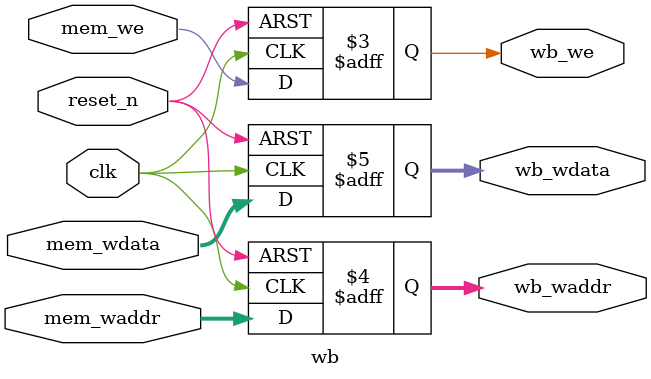
<source format=v>
module wb(clk,reset_n,mem_we,mem_waddr,mem_wdata,wb_we,wb_waddr,wb_wdata);
input            clk;
input            reset_n;
input            mem_we;
input      [4:0] mem_waddr;
input      [31:0]mem_wdata;

output reg       wb_we;
output reg [4:0] wb_waddr;
output reg [31:0]wb_wdata;

always @ (posedge clk or negedge reset_n) begin
	if(!reset_n) begin
		wb_we         <= 1'b0;
		wb_waddr[4:0] <= {5{1'b0}};
		wb_wdata[31:0]<= {32{1'b0}};
	end else begin
		wb_we         <= mem_we;
		wb_waddr[4:0] <= mem_waddr[4:0];
		wb_wdata[31:0]<= mem_wdata[31:0];
	end
end


endmodule

</source>
